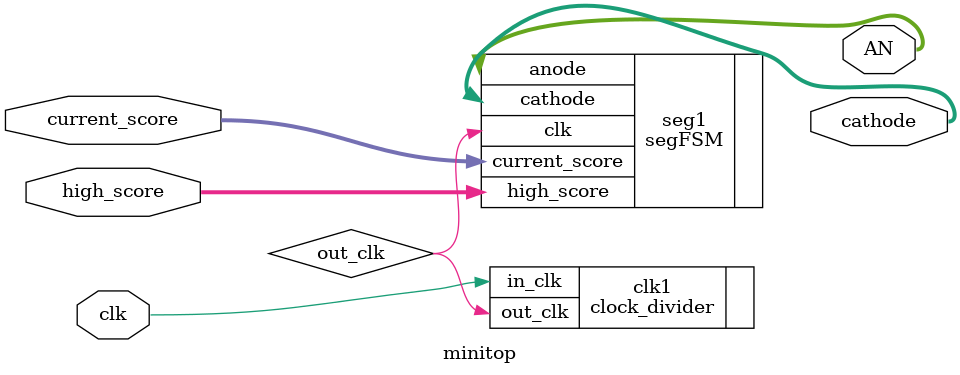
<source format=v>
`timescale 1ns / 1ps


module minitop(
    input wire [13:0]current_score,
    input wire [13:0]high_score,
    input wire clk,
    output reg [6:0]cathode,
    output reg [7:0]AN
    );
    
    wire out_clk;
    clock_divider clk1(.in_clk(clk),.out_clk(out_clk));
    segFSM seg1(.current_score(current_score),.high_score(high_score),.clk(out_clk),.cathode(cathode),.anode(AN));
endmodule

</source>
